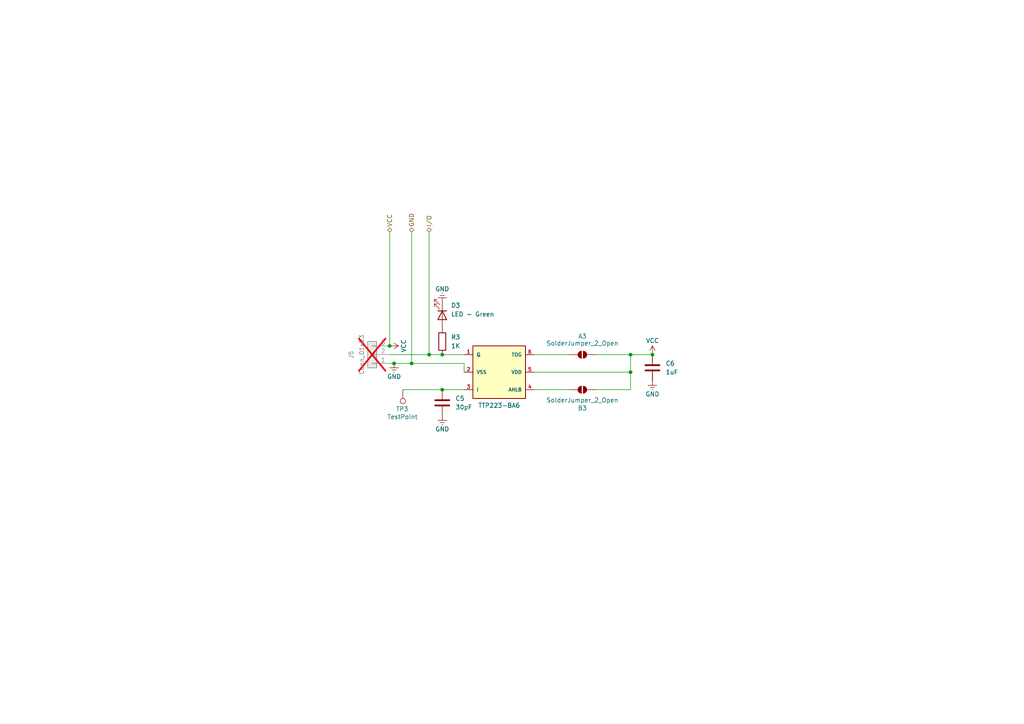
<source format=kicad_sch>
(kicad_sch (version 20231120) (generator "eeschema") (generator_version "8.0")
  (paper "A4")
  (lib_symbols
    (symbol "Connector:TestPoint" (pin_numbers hide) (pin_names (offset 0.762) hide)
      (property "Reference" "TP" (at 0 6.858 0))
      (property "Value" "TestPoint" (at 0 5.08 0))
      (symbol "TestPoint_0_1"
        (circle (center 0 3.302) (radius 0.762))
      )
      (symbol "TestPoint_1_1"
        (pin passive line (at 0 0 90) (length 2.54) (name "1") (number "1"))
      )
    )
    (symbol "Connector_Generic:Conn_01x03" (pin_names (offset 1.016) hide)
      (property "Reference" "J" (at 0 5.08 0))
      (property "Value" "Conn_01x03" (at 0 -5.08 0))
      (symbol "Conn_01x03_1_1"
        (rectangle (start -1.27 -2.413) (end 0 -2.667) (stroke (width 0.1524)))
        (rectangle (start -1.27 0.127) (end 0 -0.127) (stroke (width 0.1524)))
        (rectangle (start -1.27 2.667) (end 0 2.413) (stroke (width 0.1524)))
        (rectangle (start -1.27 3.81) (end 1.27 -3.81) (stroke (width 0.254)) (fill (type background)))
        (pin passive line (at -5.08 2.54 0) (length 3.81) (name "Pin_1") (number "1"))
        (pin passive line (at -5.08 0 0) (length 3.81) (name "Pin_2") (number "2"))
        (pin passive line (at -5.08 -2.54 0) (length 3.81) (name "Pin_3") (number "3"))
      )
    )
    (symbol "Device:C" (pin_numbers hide) (pin_names (offset 0.254))
      (property "Reference" "C" (at 0.635 2.54 0))
      (property "Value" "C" (at 0.635 -2.54 0))
      (symbol "C_0_1"
        (polyline (pts (xy -2.032 -0.762) (xy 2.032 -0.762)) (stroke (width 0.508)))
        (polyline (pts (xy -2.032 0.762) (xy 2.032 0.762)) (stroke (width 0.508)))
      )
      (symbol "C_1_1"
        (pin passive line (at 0 3.81 270) (length 2.794) (name "~") (number "1"))
        (pin passive line (at 0 -3.81 90) (length 2.794) (name "~") (number "2"))
      )
    )
    (symbol "Device:LED" (pin_numbers hide) (pin_names (offset 1.016) hide)
      (property "Reference" "D" (at 0 2.54 0))
      (property "Value" "LED" (at 0 -2.54 0))
      (symbol "LED_0_1"
        (polyline (pts (xy -1.27 -1.27) (xy -1.27 1.27)) (stroke (width 0.254)))
        (polyline (pts (xy -1.27 0) (xy 1.27 0)))
        (polyline (pts (xy 1.27 -1.27) (xy 1.27 1.27) (xy -1.27 0) (xy 1.27 -1.27)) (stroke (width 0.254)))
        (polyline (pts (xy -3.048 -0.762) (xy -4.572 -2.286) (xy -3.81 -2.286) (xy -4.572 -2.286) (xy -4.572 -1.524)))
        (polyline (pts (xy -1.778 -0.762) (xy -3.302 -2.286) (xy -2.54 -2.286) (xy -3.302 -2.286) (xy -3.302 -1.524)))
      )
      (symbol "LED_1_1"
        (pin passive line (at -3.81 0 0) (length 2.54) (name "K") (number "1"))
        (pin passive line (at 3.81 0 180) (length 2.54) (name "A") (number "2"))
      )
    )
    (symbol "Device:R" (pin_numbers hide) (pin_names (offset 0))
      (property "Reference" "R" (at 2.032 0 90))
      (property "Value" "R" (at 0 0 90))
      (symbol "R_0_1"
        (rectangle (start -1.016 -2.54) (end 1.016 2.54) (stroke (width 0.254)))
      )
      (symbol "R_1_1"
        (pin passive line (at 0 3.81 270) (length 1.27) (name "~") (number "1"))
        (pin passive line (at 0 -3.81 90) (length 1.27) (name "~") (number "2"))
      )
    )
    (symbol "Jumper:SolderJumper_2_Open" (pin_numbers hide) (pin_names (offset 0) hide) (exclude_from_sim yes) (in_bom no)
      (property "Reference" "JP" (at 0 2.032 0))
      (property "Value" "SolderJumper_2_Open" (at 0 -2.54 0))
      (symbol "SolderJumper_2_Open_0_1"
        (arc (start -0.254 1.016) (mid -1.2656 0) (end -0.254 -1.016))
        (arc (start -0.254 1.016) (mid -1.2656 0) (end -0.254 -1.016) (fill (type outline)))
        (polyline (pts (xy -0.254 1.016) (xy -0.254 -1.016)))
        (polyline (pts (xy 0.254 1.016) (xy 0.254 -1.016)))
        (arc (start 0.254 -1.016) (mid 1.2656 0) (end 0.254 1.016))
        (arc (start 0.254 -1.016) (mid 1.2656 0) (end 0.254 1.016) (fill (type outline)))
      )
      (symbol "SolderJumper_2_Open_1_1"
        (pin passive line (at -3.81 0 0) (length 2.54) (name "A") (number "1"))
        (pin passive line (at 3.81 0 180) (length 2.54) (name "B") (number "2"))
      )
    )
    (symbol "TTP223-BA6:TTP223-BA6" (pin_names (offset 1.016))
      (property "Reference" "U" (at -1.27 10.668 0))
      (property "Value" "TTP223-BA6" (at -6.35 -7.874 0))
      (property "Manufacturer Part" "TTP233H-BA6" (at 0 0 0))
      (property "JLCPCB" "C2890349" (at 0 0 0))
      (symbol "TTP223-BA6_0_0"
        (rectangle (start -7.62 -5.08) (end 7.62 10.16) (stroke (width 0.254)) (fill (type background)))
        (pin unspecified line (at -10.16 7.62 0) (length 2.54) (name "Q") (number "1"))
        (pin unspecified line (at -10.16 2.54 0) (length 2.54) (name "VSS") (number "2"))
        (pin unspecified line (at -10.16 -2.54 0) (length 2.54) (name "I") (number "3"))
        (pin unspecified line (at 10.16 -2.54 180) (length 2.54) (name "AHLB") (number "4"))
        (pin unspecified line (at 10.16 2.54 180) (length 2.54) (name "VDD") (number "5"))
        (pin unspecified line (at 10.16 7.62 180) (length 2.54) (name "TOG") (number "6"))
      )
    )
    (symbol "power:Earth" (power) (pin_numbers hide) (pin_names (offset 0) hide)
      (property "Value" "Earth" (at 0 -3.81 0))
      (symbol "Earth_0_1"
        (polyline (pts (xy -0.635 -1.905) (xy 0.635 -1.905)))
        (polyline (pts (xy -0.127 -2.54) (xy 0.127 -2.54)))
        (polyline (pts (xy 0 -1.27) (xy 0 0)))
        (polyline (pts (xy 1.27 -1.27) (xy -1.27 -1.27)))
      )
      (symbol "Earth_1_1"
        (pin power_in line (at 0 0 270) (length 0) (name "~") (number "1"))
      )
    )
    (symbol "power:VCC" (power) (pin_numbers hide) (pin_names (offset 0) hide)
      (property "Value" "VCC" (at 0 3.556 0))
      (symbol "VCC_0_1"
        (polyline (pts (xy -0.762 1.27) (xy 0 2.54)))
        (polyline (pts (xy 0 0) (xy 0 2.54)))
        (polyline (pts (xy 0 2.54) (xy 0.762 1.27)))
      )
      (symbol "VCC_1_1"
        (pin power_in line (at 0 0 90) (length 0) (name "~") (number "1"))
      )
    )
  )
  (junction (at 114.3 105.41))
  (junction (at 128.27 113.03))
  (junction (at 182.88 102.87))
  (junction (at 113.03 100.33))
  (junction (at 124.46 102.87))
  (junction (at 119.38 105.41))
  (junction (at 128.27 102.87))
  (junction (at 189.23 102.87))
  (junction (at 182.88 107.95))
  (wire (pts (xy 128.27 113.03) (xy 134.62 113.03)))
  (wire (pts (xy 119.38 105.41) (xy 134.62 105.41)))
  (wire (pts (xy 172.72 113.03) (xy 182.88 113.03)))
  (wire (pts (xy 113.03 102.87) (xy 124.46 102.87)))
  (wire (pts (xy 154.94 113.03) (xy 165.1 113.03)))
  (wire (pts (xy 114.3 105.41) (xy 119.38 105.41)))
  (wire (pts (xy 128.27 102.87) (xy 134.62 102.87)))
  (wire (pts (xy 172.72 102.87) (xy 182.88 102.87)))
  (wire (pts (xy 134.62 105.41) (xy 134.62 107.95)))
  (wire (pts (xy 124.46 67.31) (xy 124.46 102.87)))
  (wire (pts (xy 116.84 113.03) (xy 128.27 113.03)))
  (wire (pts (xy 182.88 107.95) (xy 182.88 102.87)))
  (wire (pts (xy 119.38 67.31) (xy 119.38 105.41)))
  (wire (pts (xy 182.88 107.95) (xy 182.88 113.03)))
  (wire (pts (xy 124.46 102.87) (xy 128.27 102.87)))
  (wire (pts (xy 182.88 102.87) (xy 189.23 102.87)))
  (wire (pts (xy 154.94 102.87) (xy 165.1 102.87)))
  (wire (pts (xy 154.94 107.95) (xy 182.88 107.95)))
  (wire (pts (xy 113.03 105.41) (xy 114.3 105.41)))
  (wire (pts (xy 113.03 67.31) (xy 113.03 100.33)))
  (hierarchical_label "VCC" (shape bidirectional) (at 113.03 67.31 90))
  (hierarchical_label "I{slash}O" (shape bidirectional) (at 124.46 67.31 90))
  (hierarchical_label "GND" (shape bidirectional) (at 119.38 67.31 90))
  (symbol (lib_id "Jumper:SolderJumper_2_Open") (at 168.91 113.03 0) (unit 1) (exclude_from_sim yes) (in_bom no)
    (property "Reference" "B3" (at 168.91 118.364 0))
    (property "Value" "SolderJumper_2_Open" (at 168.91 116.078 0))
    (property "Footprint" "Jumper:SolderJumper-2_P1.3mm_Open_Pad1.0x1.5mm" (effects (hide yes)))
    (property "Description" "Solder Jumper, 2-pole, open" (effects (hide yes)))
  )
  (symbol (lib_id "power:VCC") (at 113.03 100.33 270) (unit 1)
    (property "Reference" "#PWR013" (effects (hide yes)))
    (property "Value" "VCC" (at 117.094 100.33 0))
    (property "Description" "Power symbol creates a global label with name \"VCC\"" (effects (hide yes)))
  )
  (symbol (lib_id "Device:LED") (at 128.27 91.44 270) (unit 1)
    (property "Reference" "D3" (at 130.81 88.5824 90) (effects (justify left)))
    (property "Value" "LED - Green" (at 130.81 91.1224 90) (effects (justify left)))
    (property "Footprint" "LED_SMD:LED_0805_2012Metric" (effects (hide yes)))
    (property "Description" "Light emitting diode" (effects (hide yes)))
    (property "Manufacturer Part" "NCD0603G3" (effects (hide yes)))
    (property "JLCPCB" "C7429914" (effects (hide yes)))
  )
  (symbol (lib_id "power:Earth") (at 128.27 87.63 180) (unit 1)
    (property "Reference" "#PWR015" (effects (hide yes)))
    (property "Value" "GND" (at 128.27 83.82 0))
    (property "Description" "Power symbol creates a global label with name \"Earth\"" (effects (hide yes)))
  )
  (symbol (lib_id "Connector_Generic:Conn_01x03") (at 107.95 102.87 180) (unit 1) (exclude_from_sim yes) (in_bom no) (on_board no) (dnp yes)
    (property "Reference" "J5" (at 101.854 102.87 90))
    (property "Value" "Conn_01x03" (at 104.902 102.87 90))
    (property "Footprint" "Connector_PinHeader_2.54mm:PinHeader_1x03_P2.54mm_Vertical" (effects (hide yes)))
    (property "Description" "Generic connector, single row, 01x03, script generated (kicad-library-utils/schlib/autogen/connector/)" (effects (hide yes)))
  )
  (symbol (lib_id "power:Earth") (at 128.27 120.65 0) (unit 1)
    (property "Reference" "#PWR016" (effects (hide yes)))
    (property "Value" "GND" (at 128.27 124.46 0))
    (property "Description" "Power symbol creates a global label with name \"Earth\"" (effects (hide yes)))
  )
  (symbol (lib_id "power:Earth") (at 189.23 110.49 0) (unit 1)
    (property "Reference" "#PWR018" (effects (hide yes)))
    (property "Value" "GND" (at 189.23 114.3 0))
    (property "Description" "Power symbol creates a global label with name \"Earth\"" (effects (hide yes)))
  )
  (symbol (lib_id "TTP223-BA6:TTP223-BA6") (at 144.78 110.49 0) (unit 1)
    (property "Reference" "U3" (effects (hide yes)))
    (property "Value" "TTP223-BA6" (at 144.78 117.602 0))
    (property "Footprint" "extra:TTP223-BA6" (effects (hide yes)))
    (property "Description" "TTP223-BA6 / Sot23" (effects (hide yes)))
    (property "Manufacturer Part" "TTP233H-BA6" (effects (hide yes)))
    (property "JLCPCB" "C2890349" (effects (hide yes)))
  )
  (symbol (lib_id "Connector:TestPoint") (at 116.84 113.03 180) (unit 1) (in_bom no)
    (property "Reference" "TP3" (at 114.808 118.618 0) (effects (justify right)))
    (property "Value" "TestPoint" (at 112.268 120.904 0) (effects (justify right)))
    (property "Description" "test point" (effects (hide yes)))
  )
  (symbol (lib_id "power:Earth") (at 114.3 105.41 0) (unit 1)
    (property "Reference" "#PWR014" (effects (hide yes)))
    (property "Value" "GND" (at 114.3 109.22 0))
    (property "Description" "Power symbol creates a global label with name \"Earth\"" (effects (hide yes)))
  )
  (symbol (lib_id "Device:C") (at 128.27 116.84 0) (unit 1)
    (property "Reference" "C5" (at 132.08 115.5699 0) (effects (justify left)))
    (property "Value" "30pF" (at 132.08 118.1099 0) (effects (justify left)))
    (property "Footprint" "Capacitor_SMD:C_0402_1005Metric" (effects (hide yes)))
    (property "Description" "Unpolarized capacitor" (effects (hide yes)))
    (property "Manufacturer Part" "0402CG300J500NT" (effects (hide yes)))
    (property "JLCPCB" "C1570" (effects (hide yes)))
  )
  (symbol (lib_id "Device:C") (at 189.23 106.68 0) (unit 1)
    (property "Reference" "C6" (at 193.04 105.4099 0) (effects (justify left)))
    (property "Value" "1uF" (at 193.04 107.9499 0) (effects (justify left)))
    (property "Footprint" "Capacitor_SMD:C_0805_2012Metric" (effects (hide yes)))
    (property "Description" "Unpolarized capacitor" (effects (hide yes)))
    (property "Manufacturer Part" "0805F105M500NT" (effects (hide yes)))
    (property "JLCPCB" "C35795" (effects (hide yes)))
  )
  (symbol (lib_id "Jumper:SolderJumper_2_Open") (at 168.91 102.87 0) (mirror x) (unit 1) (exclude_from_sim yes) (in_bom no)
    (property "Reference" "A3" (at 168.91 97.536 0))
    (property "Value" "SolderJumper_2_Open" (at 168.91 99.568 0))
    (property "Footprint" "Jumper:SolderJumper-2_P1.3mm_Open_Pad1.0x1.5mm" (effects (hide yes)))
    (property "Description" "Solder Jumper, 2-pole, open" (effects (hide yes)))
  )
  (symbol (lib_id "power:VCC") (at 189.23 102.87 0) (unit 1)
    (property "Reference" "#PWR017" (effects (hide yes)))
    (property "Value" "VCC" (at 189.23 98.806 0))
    (property "Description" "Power symbol creates a global label with name \"VCC\"" (effects (hide yes)))
  )
  (symbol (lib_id "Device:R") (at 128.27 99.06 0) (unit 1)
    (property "Reference" "R3" (at 130.81 97.7899 0) (effects (justify left)))
    (property "Value" "1K" (at 130.81 100.3299 0) (effects (justify left)))
    (property "Footprint" "Resistor_SMD:R_0805_2012Metric" (effects (hide yes)))
    (property "Description" "Resistor" (effects (hide yes)))
    (property "Manufacturer Part" "0805W8F1001T5E" (effects (hide yes)))
    (property "JLCPCB" "C17513" (effects (hide yes)))
  )
)
</source>
